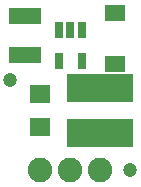
<source format=gbr>
G04 EAGLE Gerber RS-274X export*
G75*
%MOMM*%
%FSLAX34Y34*%
%LPD*%
%INSoldermask Top*%
%IPPOS*%
%AMOC8*
5,1,8,0,0,1.08239X$1,22.5*%
G01*
%ADD10C,2.082800*%
%ADD11R,0.753200X1.403200*%
%ADD12R,1.673200X1.473200*%
%ADD13R,1.803200X1.603200*%
%ADD14R,2.703200X1.403200*%
%ADD15R,5.703200X2.353200*%
%ADD16C,1.203200*%


D10*
X38100Y12700D03*
X63500Y12700D03*
X88900Y12700D03*
D11*
X73000Y131111D03*
X63500Y131111D03*
X54000Y131111D03*
X54000Y105109D03*
X73000Y105109D03*
D12*
X101600Y102960D03*
X101600Y145960D03*
D13*
X38100Y77500D03*
X38100Y49500D03*
D14*
X25400Y110500D03*
X25400Y143500D03*
D15*
X88900Y44300D03*
X88900Y82700D03*
D16*
X114300Y12700D03*
X12700Y88900D03*
M02*

</source>
